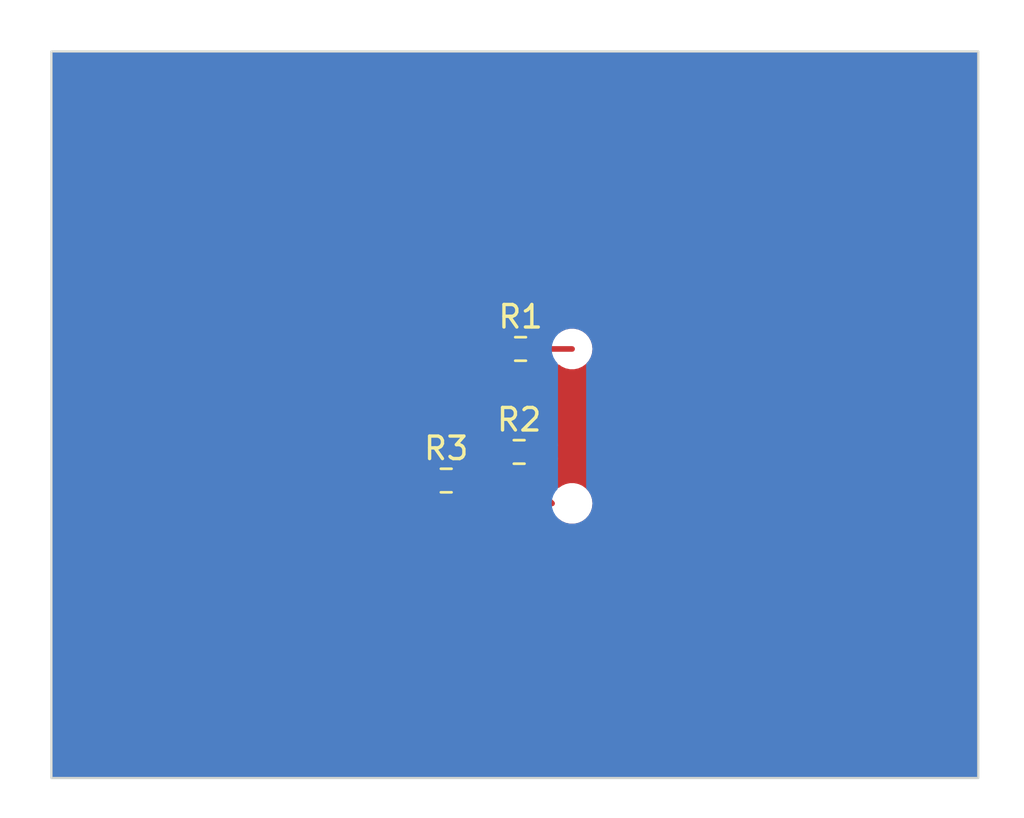
<source format=kicad_pcb>
(kicad_pcb (version 20221018) (generator pcbnew)
  (layers (0 "F.Cu" signal) (31 "B.Cu" signal) (34 "B.Paste" user) (35 "F.Paste" user) (36 "B.SilkS" user "B.Silkscreen") (37 "F.SilkS" user "F.Silkscreen") (38 "B.Mask" user) (39 "F.Mask" user) (44 "Edge.Cuts" user))
  (net 0 "")
  (net 1 "Net-(R1-Pad2)")
  (net 2 "GND")
  (net 3 "+3V3")
  (footprint "Resistor_SMD:R_0603_1608Metric" (layer "F.Cu") (at 118.301 77.978)
    (fp_text reference "R3" (at 0 -1.43) (layer "F.SilkS"))
    (fp_text value "1k")
    (fp_line (start -0.237258 -0.5225) (end 0.237258 -0.5225) (stroke (width 0.12)) (layer "F.SilkS"))
    (fp_line (start -0.237258 0.5225) (end 0.237258 0.5225) (stroke (width 0.12)) (layer "F.SilkS"))
    (pad "1" smd roundrect (at -0.825 0) (size 0.8 0.95) (layers "F.Cu" "F.Paste" "F.Mask") (net 3 "+3V3"))
    (pad "2" smd roundrect (at 0.825 0) (size 0.8 0.95) (layers "F.Cu" "F.Paste" "F.Mask") (net 2 "GND"))
  )
  (footprint "Resistor_SMD:R_0603_1608Metric" (layer "F.Cu") (at 121.603 72.136)
    (fp_text reference "R1" (at 0 -1.43) (layer "F.SilkS"))
    (fp_text value "10k")
    (fp_line (start -0.237258 -0.5225) (end 0.237258 -0.5225) (stroke (width 0.12)) (layer "F.SilkS"))
    (fp_line (start -0.237258 0.5225) (end 0.237258 0.5225) (stroke (width 0.12)) (layer "F.SilkS"))
    (pad "1" smd roundrect (at -0.825 0) (size 0.8 0.95) (layers "F.Cu" "F.Paste" "F.Mask") (net 3 "+3V3"))
    (pad "2" smd roundrect (at 0.825 0) (size 0.8 0.95) (layers "F.Cu" "F.Paste" "F.Mask") (net 1 "Net-(R1-Pad2)"))
  )
  (footprint "Resistor_SMD:R_0603_1608Metric" (layer "F.Cu") (at 121.54 76.708)
    (fp_text reference "R2" (at 0 -1.43) (layer "F.SilkS"))
    (fp_text value "10k")
    (fp_line (start -0.237258 -0.5225) (end 0.237258 -0.5225) (stroke (width 0.12)) (layer "F.SilkS"))
    (fp_line (start -0.237258 0.5225) (end 0.237258 0.5225) (stroke (width 0.12)) (layer "F.SilkS"))
    (pad "1" smd roundrect (at -0.825 0) (size 0.8 0.95) (layers "F.Cu" "F.Paste" "F.Mask") (net 1 "Net-(R1-Pad2)"))
    (pad "2" smd roundrect (at 0.825 0) (size 0.8 0.95) (layers "F.Cu" "F.Paste" "F.Mask") (net 2 "GND"))
  )
  (gr_rect (start 100.775 58.928) (end 141.923 91.186) (stroke (width 0.1)) (fill none) (layer "Edge.Cuts"))
  (segment (start 122.428 72.136) (end 123.889 72.136) (width 0.25) (layer "F.Cu") (net 1))
  (segment (start 123.001 78.994) (end 120.715 76.708) (width 0.25) (layer "F.Cu") (net 1))
  (segment (start 120.778 72.136) (end 119.063 72.136) (width 0.25) (layer "F.Cu") (net 3))
  (zone (net 2) (net_name "GND") (layer "F.Cu") (connect_pads (clearance 0.5)) (min_thickness 0.25) (fill yes (thermal_gap 0.5) (thermal_bridge_width 0.5))
    (polygon (pts (xy 99.759 57.658) (xy 142.939 57.658) (xy 142.939 92.202) (xy 99.505 92.202)))
  )
  (zone (net 3) (net_name "+3V3") (layer "B.Cu") (priority 1) (connect_pads (clearance 0.5)) (min_thickness 0.25) (fill yes (thermal_gap 0.5) (thermal_bridge_width 0.5))
    (polygon (pts (xy 98.743 56.642) (xy 143.955 56.642) (xy 143.955 92.964) (xy 98.489 92.964)))
  )
)
</source>
